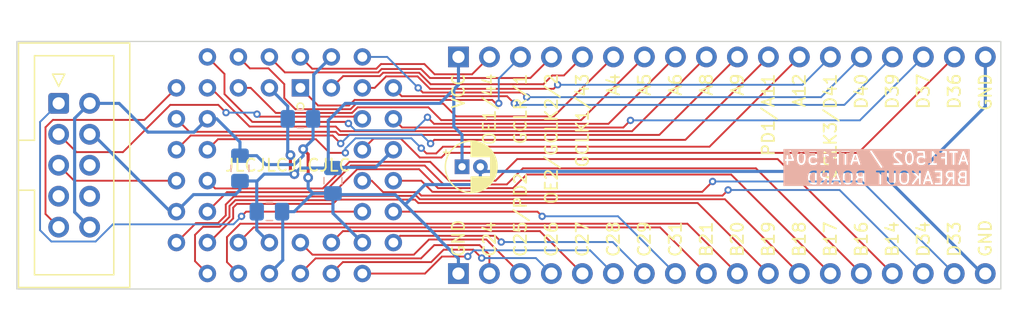
<source format=kicad_pcb>
(kicad_pcb (version 20240108) (generator "pcbnew") (generator_version "8.0")
  (title_block (title "ATF1504 PLCC44 Breakout") (date "2023-07-15") (rev "B") (comment 2 "https://github.com/adrienkohlbecker/atf1504_plcc44_breakout") (comment 3 "Licensed under CERN-OHL-W v2") (comment 4 "Copyright © Adrien Kohlbecker"))
  (layers (0 "F.Cu" signal) (31 "B.Cu" signal) (34 "B.Paste" user) (35 "F.Paste" user) (36 "B.SilkS" user "B.Silkscreen") (37 "F.SilkS" user "F.Silkscreen") (38 "B.Mask" user) (39 "F.Mask" user) (44 "Edge.Cuts" user))
  (net 0 "")
  (net 1 "VCC")
  (net 2 "GND")
  (net 3 "/JTAG_TCK")
  (net 4 "/JTAG_TDO")
  (net 5 "/JTAG_TMS")
  (net 9 "/JTAG_TDI")
  (net 10 "/I{slash}OE1")
  (net 11 "/I{slash}GCLK1")
  (net 12 "/D41{slash}GCLK3")
  (net 13 "/D40")
  (net 14 "/D39")
  (net 15 "/D37")
  (net 16 "/D36")
  (net 17 "/D34")
  (net 18 "/D33")
  (net 19 "/C31")
  (net 20 "/C29")
  (net 21 "/C28")
  (net 22 "/C27")
  (net 23 "/C26")
  (net 24 "/C25{slash}PD2")
  (net 25 "/C24")
  (net 26 "/I{slash}GCLR")
  (net 27 "/I{slash}OE2{slash}GCLK2")
  (net 28 "/A4")
  (net 29 "/A5")
  (net 30 "/A6")
  (net 31 "/A8")
  (net 32 "/A9")
  (net 33 "/A11{slash}PD1")
  (net 34 "/A12")
  (net 35 "/B14")
  (net 36 "/B16")
  (net 37 "/B17")
  (net 38 "/B18")
  (net 39 "/B19")
  (net 40 "/B20")
  (net 41 "/B21")
  (footprint "Capacitor_THT:CP_Radial_D4.0mm_P1.50mm" (layer "F.Cu") (at 129.833401 62.357)
    (property "Reference" "C1" (hide yes))
    (property "Value" "10u")
    (pad "1" thru_hole rect (at 0 0) (size 1.2 1.2) (drill 0.6) (layers "*.Cu" "*.Mask") (net 1 "VCC"))
    (pad "2" thru_hole circle (at 1.5 0) (size 1.2 1.2) (drill 0.6) (layers "*.Cu" "*.Mask") (net 2 "GND"))
  )
  (footprint "Package_LCC:PLCC-44_THT-Socket" (layer "F.Cu") (at 116.586 55.88)
    (property "Reference" "U1" (hide yes))
    (property "Value" "ATF1504AS-xJx44")
    (pad "1" thru_hole rect (at 0 0) (size 1.4224 1.4224) (drill 0.8) (layers "*.Cu" "*.Mask") (net 26 "/I{slash}GCLR"))
    (pad "2" thru_hole circle (at -2.54 -2.54) (size 1.4224 1.4224) (drill 0.8) (layers "*.Cu" "*.Mask") (net 27 "/I{slash}OE2{slash}GCLK2"))
    (pad "3" thru_hole circle (at -2.54 0) (size 1.4224 1.4224) (drill 0.8) (layers "*.Cu" "*.Mask") (net 1 "VCC") (clearance 0.127))
    (pad "4" thru_hole circle (at -5.08 -2.54) (size 1.4224 1.4224) (drill 0.8) (layers "*.Cu" "*.Mask") (net 28 "/A4"))
    (pad "5" thru_hole circle (at -5.08 0) (size 1.4224 1.4224) (drill 0.8) (layers "*.Cu" "*.Mask") (net 29 "/A5"))
    (pad "6" thru_hole circle (at -7.62 -2.54) (size 1.4224 1.4224) (drill 0.8) (layers "*.Cu" "*.Mask") (net 30 "/A6"))
    (pad "7" thru_hole circle (at -10.16 0) (size 1.4224 1.4224) (drill 0.8) (layers "*.Cu" "*.Mask") (net 9 "/JTAG_TDI"))
    (pad "8" thru_hole circle (at -7.62 0) (size 1.4224 1.4224) (drill 0.8) (layers "*.Cu" "*.Mask") (net 31 "/A8"))
    (pad "9" thru_hole circle (at -10.16 2.54) (size 1.4224 1.4224) (drill 0.8) (layers "*.Cu" "*.Mask") (net 32 "/A9"))
    (pad "10" thru_hole circle (at -7.62 2.54) (size 1.4224 1.4224) (drill 0.8) (layers "*.Cu" "*.Mask") (net 2 "GND"))
    (pad "11" thru_hole circle (at -10.16 5.08) (size 1.4224 1.4224) (drill 0.8) (layers "*.Cu" "*.Mask") (net 33 "/A11{slash}PD1"))
    (pad "12" thru_hole circle (at -7.62 5.08) (size 1.4224 1.4224) (drill 0.8) (layers "*.Cu" "*.Mask") (net 34 "/A12"))
    (pad "13" thru_hole circle (at -10.16 7.62) (size 1.4224 1.4224) (drill 0.8) (layers "*.Cu" "*.Mask") (net 5 "/JTAG_TMS"))
    (pad "14" thru_hole circle (at -7.62 7.62) (size 1.4224 1.4224) (drill 0.8) (layers "*.Cu" "*.Mask") (net 35 "/B14"))
    (pad "15" thru_hole circle (at -10.16 10.16) (size 1.4224 1.4224) (drill 0.8) (layers "*.Cu" "*.Mask") (net 1 "VCC"))
    (pad "16" thru_hole circle (at -7.62 10.16) (size 1.4224 1.4224) (drill 0.8) (layers "*.Cu" "*.Mask") (net 36 "/B16"))
    (pad "17" thru_hole circle (at -10.16 12.7) (size 1.4224 1.4224) (drill 0.8) (layers "*.Cu" "*.Mask") (net 37 "/B17"))
    (pad "18" thru_hole circle (at -7.62 15.24) (size 1.4224 1.4224) (drill 0.8) (layers "*.Cu" "*.Mask") (net 38 "/B18"))
    (pad "19" thru_hole circle (at -7.62 12.7) (size 1.4224 1.4224) (drill 0.8) (layers "*.Cu" "*.Mask") (net 39 "/B19"))
    (pad "20" thru_hole circle (at -5.08 15.24) (size 1.4224 1.4224) (drill 0.8) (layers "*.Cu" "*.Mask") (net 40 "/B20"))
    (pad "21" thru_hole circle (at -5.08 12.7) (size 1.4224 1.4224) (drill 0.8) (layers "*.Cu" "*.Mask") (net 41 "/B21"))
    (pad "22" thru_hole circle (at -2.54 15.24) (size 1.4224 1.4224) (drill 0.8) (layers "*.Cu" "*.Mask") (net 2 "GND"))
    (pad "23" thru_hole circle (at -2.54 12.7) (size 1.4224 1.4224) (drill 0.8) (layers "*.Cu" "*.Mask") (net 1 "VCC"))
    (pad "24" thru_hole circle (at 0 15.24) (size 1.4224 1.4224) (drill 0.8) (layers "*.Cu" "*.Mask") (net 25 "/C24"))
    (pad "25" thru_hole circle (at 0 12.7) (size 1.4224 1.4224) (drill 0.8) (layers "*.Cu" "*.Mask") (net 24 "/C25{slash}PD2"))
    (pad "26" thru_hole circle (at 2.54 15.24) (size 1.4224 1.4224) (drill 0.8) (layers "*.Cu" "*.Mask") (net 23 "/C26"))
    (pad "27" thru_hole circle (at 2.54 12.7) (size 1.4224 1.4224) (drill 0.8) (layers "*.Cu" "*.Mask") (net 22 "/C27"))
    (pad "28" thru_hole circle (at 5.08 15.24) (size 1.4224 1.4224) (drill 0.8) (layers "*.Cu" "*.Mask") (net 21 "/C28"))
    (pad "29" thru_hole circle (at 7.62 12.7) (size 1.4224 1.4224) (drill 0.8) (layers "*.Cu" "*.Mask") (net 20 "/C29"))
    (pad "30" thru_hole circle (at 5.08 12.7) (size 1.4224 1.4224) (drill 0.8) (layers "*.Cu" "*.Mask") (net 2 "GND") (clearance 0.1397))
    (pad "31" thru_hole circle (at 7.62 10.16) (size 1.4224 1.4224) (drill 0.8) (layers "*.Cu" "*.Mask") (net 19 "/C31"))
    (pad "32" thru_hole circle (at 5.08 10.16) (size 1.4224 1.4224) (drill 0.8) (layers "*.Cu" "*.Mask") (net 3 "/JTAG_TCK"))
    (pad "33" thru_hole circle (at 7.62 7.62) (size 1.4224 1.4224) (drill 0.8) (layers "*.Cu" "*.Mask") (net 18 "/D33"))
    (pad "34" thru_hole circle (at 5.08 7.62) (size 1.4224 1.4224) (drill 0.8) (layers "*.Cu" "*.Mask") (net 17 "/D34"))
    (pad "35" thru_hole circle (at 7.62 5.08) (size 1.4224 1.4224) (drill 0.8) (layers "*.Cu" "*.Mask") (net 1 "VCC") (clearance 0.127))
    (pad "36" thru_hole circle (at 5.08 5.08) (size 1.4224 1.4224) (drill 0.8) (layers "*.Cu" "*.Mask") (net 16 "/D36"))
    (pad "37" thru_hole circle (at 7.62 2.54) (size 1.4224 1.4224) (drill 0.8) (layers "*.Cu" "*.Mask") (net 15 "/D37"))
    (pad "38" thru_hole circle (at 5.08 2.54) (size 1.4224 1.4224) (drill 0.8) (layers "*.Cu" "*.Mask") (net 4 "/JTAG_TDO"))
    (pad "39" thru_hole circle (at 7.62 0) (size 1.4224 1.4224) (drill 0.8) (layers "*.Cu" "*.Mask") (net 14 "/D39"))
    (pad "40" thru_hole circle (at 5.08 -2.54) (size 1.4224 1.4224) (drill 0.8) (layers "*.Cu" "*.Mask") (net 13 "/D40"))
    (pad "41" thru_hole circle (at 5.08 0) (size 1.4224 1.4224) (drill 0.8) (layers "*.Cu" "*.Mask") (net 12 "/D41{slash}GCLK3"))
    (pad "42" thru_hole circle (at 2.54 -2.54) (size 1.4224 1.4224) (drill 0.8) (layers "*.Cu" "*.Mask") (net 2 "GND") (clearance 0.127))
    (pad "43" thru_hole circle (at 2.54 0) (size 1.4224 1.4224) (drill 0.8) (layers "*.Cu" "*.Mask") (net 11 "/I{slash}GCLK1"))
    (pad "44" thru_hole circle (at 0 -2.54) (size 1.4224 1.4224) (drill 0.8) (layers "*.Cu" "*.Mask") (net 10 "/I{slash}OE1"))
  )
  (footprint "Connector_IDC:IDC-Header_2x05_P2.54mm_Vertical" (layer "F.Cu") (at 96.774 57.15)
    (property "Reference" "J1" (hide yes))
    (property "Value" "Atmel-JTAG-10")
    (pad "1" thru_hole roundrect (at 0 0) (size 1.7 1.7) (drill 1) (layers "*.Cu" "*.Mask") (roundrect_rratio 0.1470588235) (net 3 "/JTAG_TCK"))
    (pad "2" thru_hole circle (at 2.54 0) (size 1.7 1.7) (drill 1) (layers "*.Cu" "*.Mask") (net 2 "GND"))
    (pad "3" thru_hole circle (at 0 2.54) (size 1.7 1.7) (drill 1) (layers "*.Cu" "*.Mask") (net 4 "/JTAG_TDO"))
    (pad "4" thru_hole circle (at 2.54 2.54) (size 1.7 1.7) (drill 1) (layers "*.Cu" "*.Mask") (net 1 "VCC"))
    (pad "5" thru_hole circle (at 0 5.08) (size 1.7 1.7) (drill 1) (layers "*.Cu" "*.Mask") (net 5 "/JTAG_TMS"))
    (pad "6" thru_hole circle (at 2.54 5.08) (size 1.7 1.7) (drill 1) (layers "*.Cu" "*.Mask"))
    (pad "7" thru_hole circle (at 0 7.62) (size 1.7 1.7) (drill 1) (layers "*.Cu" "*.Mask"))
    (pad "8" thru_hole circle (at 2.54 7.62) (size 1.7 1.7) (drill 1) (layers "*.Cu" "*.Mask"))
    (pad "9" thru_hole circle (at 0 10.16) (size 1.7 1.7) (drill 1) (layers "*.Cu" "*.Mask") (net 9 "/JTAG_TDI"))
    (pad "10" thru_hole circle (at 2.54 10.16) (size 1.7 1.7) (drill 1) (layers "*.Cu" "*.Mask") (net 2 "GND"))
  )
  (footprint "Capacitor_SMD:C_0805_2012Metric_Pad1.18x1.45mm_HandSolder" (layer "B.Cu") (at 114.046 66.04)
    (property "Reference" "C3" (hide yes))
    (property "Value" "100n")
    (pad "1" smd roundrect (at -1.0375 0) (size 1.175 1.45) (layers "B.Cu" "B.Paste" "B.Mask") (roundrect_rratio 0.2127659574) (net 1 "VCC"))
    (pad "2" smd roundrect (at 1.0375 0) (size 1.175 1.45) (layers "B.Cu" "B.Paste" "B.Mask") (roundrect_rratio 0.2127659574) (net 2 "GND"))
  )
  (footprint "Capacitor_SMD:C_0805_2012Metric_Pad1.18x1.45mm_HandSolder" (layer "B.Cu") (at 111.633 62.484 90)
    (property "Reference" "C2" (hide yes))
    (property "Value" "100n")
    (pad "1" smd roundrect (at -1.0375 0 90) (size 1.175 1.45) (layers "B.Cu" "B.Paste" "B.Mask") (roundrect_rratio 0.2127659574) (net 1 "VCC"))
    (pad "2" smd roundrect (at 1.0375 0 90) (size 1.175 1.45) (layers "B.Cu" "B.Paste" "B.Mask") (roundrect_rratio 0.2127659574) (net 2 "GND"))
  )
  (footprint "Capacitor_SMD:C_0805_2012Metric_Pad1.18x1.45mm_HandSolder" (layer "B.Cu") (at 119.253 63.5 -90)
    (property "Reference" "C5" (hide yes))
    (property "Value" "100n")
    (pad "1" smd roundrect (at -1.0375 0 270) (size 1.175 1.45) (layers "B.Cu" "B.Paste" "B.Mask") (roundrect_rratio 0.2127659574) (net 1 "VCC"))
    (pad "2" smd roundrect (at 1.0375 0 270) (size 1.175 1.45) (layers "B.Cu" "B.Paste" "B.Mask") (roundrect_rratio 0.2127659574) (net 2 "GND"))
  )
  (footprint "Connector_PinHeader_2.54mm:PinHeader_1x18_P2.54mm_Vertical" (layer "B.Cu") (at 129.535 71.12 -90)
    (property "Reference" "J2" (hide yes))
    (property "Value" "Conn_01x18")
    (pad "1" thru_hole rect (at 0 0 270) (size 1.7 1.7) (drill 1) (layers "*.Cu" "*.Mask") (net 2 "GND"))
    (pad "2" thru_hole oval (at 0 -2.54 270) (size 1.7 1.7) (drill 1) (layers "*.Cu" "*.Mask") (net 25 "/C24"))
    (pad "3" thru_hole oval (at 0 -5.08 270) (size 1.7 1.7) (drill 1) (layers "*.Cu" "*.Mask") (net 24 "/C25{slash}PD2"))
    (pad "4" thru_hole oval (at 0 -7.62 270) (size 1.7 1.7) (drill 1) (layers "*.Cu" "*.Mask") (net 23 "/C26"))
    (pad "5" thru_hole oval (at 0 -10.16 270) (size 1.7 1.7) (drill 1) (layers "*.Cu" "*.Mask") (net 22 "/C27"))
    (pad "6" thru_hole oval (at 0 -12.7 270) (size 1.7 1.7) (drill 1) (layers "*.Cu" "*.Mask") (net 21 "/C28"))
    (pad "7" thru_hole oval (at 0 -15.24 270) (size 1.7 1.7) (drill 1) (layers "*.Cu" "*.Mask") (net 20 "/C29"))
    (pad "8" thru_hole oval (at 0 -17.78 270) (size 1.7 1.7) (drill 1) (layers "*.Cu" "*.Mask") (net 19 "/C31"))
    (pad "9" thru_hole oval (at 0 -20.32 270) (size 1.7 1.7) (drill 1) (layers "*.Cu" "*.Mask") (net 41 "/B21"))
    (pad "10" thru_hole oval (at 0 -22.86 270) (size 1.7 1.7) (drill 1) (layers "*.Cu" "*.Mask") (net 40 "/B20"))
    (pad "11" thru_hole oval (at 0 -25.4 270) (size 1.7 1.7) (drill 1) (layers "*.Cu" "*.Mask") (net 39 "/B19"))
    (pad "12" thru_hole oval (at 0 -27.94 270) (size 1.7 1.7) (drill 1) (layers "*.Cu" "*.Mask") (net 38 "/B18"))
    (pad "13" thru_hole oval (at 0 -30.48 270) (size 1.7 1.7) (drill 1) (layers "*.Cu" "*.Mask") (net 37 "/B17"))
    (pad "14" thru_hole oval (at 0 -33.02 270) (size 1.7 1.7) (drill 1) (layers "*.Cu" "*.Mask") (net 36 "/B16"))
    (pad "15" thru_hole oval (at 0 -35.56 270) (size 1.7 1.7) (drill 1) (layers "*.Cu" "*.Mask") (net 35 "/B14"))
    (pad "16" thru_hole oval (at 0 -38.1 270) (size 1.7 1.7) (drill 1) (layers "*.Cu" "*.Mask") (net 17 "/D34"))
    (pad "17" thru_hole oval (at 0 -40.64 270) (size 1.7 1.7) (drill 1) (layers "*.Cu" "*.Mask") (net 18 "/D33"))
    (pad "18" thru_hole oval (at 0 -43.18 270) (size 1.7 1.7) (drill 1) (layers "*.Cu" "*.Mask") (net 2 "GND"))
  )
  (footprint "Connector_PinHeader_2.54mm:PinHeader_1x18_P2.54mm_Vertical" (layer "B.Cu") (at 129.54 53.34 -90)
    (property "Reference" "J3" (hide yes))
    (property "Value" "Conn_01x18")
    (pad "1" thru_hole rect (at 0 0 270) (size 1.7 1.7) (drill 1) (layers "*.Cu" "*.Mask") (net 1 "VCC"))
    (pad "2" thru_hole oval (at 0 -2.54 270) (size 1.7 1.7) (drill 1) (layers "*.Cu" "*.Mask") (net 10 "/I{slash}OE1"))
    (pad "3" thru_hole oval (at 0 -5.08 270) (size 1.7 1.7) (drill 1) (layers "*.Cu" "*.Mask") (net 26 "/I{slash}GCLR"))
    (pad "4" thru_hole oval (at 0 -7.62 270) (size 1.7 1.7) (drill 1) (layers "*.Cu" "*.Mask") (net 27 "/I{slash}OE2{slash}GCLK2"))
    (pad "5" thru_hole oval (at 0 -10.16 270) (size 1.7 1.7) (drill 1) (layers "*.Cu" "*.Mask") (net 11 "/I{slash}GCLK1"))
    (pad "6" thru_hole oval (at 0 -12.7 270) (size 1.7 1.7) (drill 1) (layers "*.Cu" "*.Mask") (net 28 "/A4"))
    (pad "7" thru_hole oval (at 0 -15.24 270) (size 1.7 1.7) (drill 1) (layers "*.Cu" "*.Mask") (net 29 "/A5"))
    (pad "8" thru_hole oval (at 0 -17.78 270) (size 1.7 1.7) (drill 1) (layers "*.Cu" "*.Mask") (net 30 "/A6"))
    (pad "9" thru_hole oval (at 0 -20.32 270) (size 1.7 1.7) (drill 1) (layers "*.Cu" "*.Mask") (net 31 "/A8"))
    (pad "10" thru_hole oval (at 0 -22.86 270) (size 1.7 1.7) (drill 1) (layers "*.Cu" "*.Mask") (net 32 "/A9"))
    (pad "11" thru_hole oval (at 0 -25.4 270) (size 1.7 1.7) (drill 1) (layers "*.Cu" "*.Mask") (net 33 "/A11{slash}PD1"))
    (pad "12" thru_hole oval (at 0 -27.94 270) (size 1.7 1.7) (drill 1) (layers "*.Cu" "*.Mask") (net 34 "/A12"))
    (pad "13" thru_hole oval (at 0 -30.48 270) (size 1.7 1.7) (drill 1) (layers "*.Cu" "*.Mask") (net 12 "/D41{slash}GCLK3"))
    (pad "14" thru_hole oval (at 0 -33.02 270) (size 1.7 1.7) (drill 1) (layers "*.Cu" "*.Mask") (net 13 "/D40"))
    (pad "15" thru_hole oval (at 0 -35.56 270) (size 1.7 1.7) (drill 1) (layers "*.Cu" "*.Mask") (net 14 "/D39"))
    (pad "16" thru_hole oval (at 0 -38.1 270) (size 1.7 1.7) (drill 1) (layers "*.Cu" "*.Mask") (net 15 "/D37"))
    (pad "17" thru_hole oval (at 0 -40.64 270) (size 1.7 1.7) (drill 1) (layers "*.Cu" "*.Mask") (net 16 "/D36"))
    (pad "18" thru_hole oval (at 0 -43.18 270) (size 1.7 1.7) (drill 1) (layers "*.Cu" "*.Mask") (net 2 "GND"))
  )
  (footprint "Capacitor_SMD:C_0805_2012Metric_Pad1.18x1.45mm_HandSolder" (layer "B.Cu") (at 116.586 58.42)
    (property "Reference" "C4" (hide yes))
    (property "Value" "100n")
    (pad "1" smd roundrect (at -1.0375 0) (size 1.175 1.45) (layers "B.Cu" "B.Paste" "B.Mask") (roundrect_rratio 0.2127659574) (net 1 "VCC"))
    (pad "2" smd roundrect (at 1.0375 0) (size 1.175 1.45) (layers "B.Cu" "B.Paste" "B.Mask") (roundrect_rratio 0.2127659574) (net 2 "GND"))
  )
  (gr_rect (start 93.345 52.07) (end 173.99 72.39) (stroke (width 0.1)) (fill none) (layer "Edge.Cuts"))
  (gr_text "ATF1502 / ATF1504 \nBREAKOUT BOARD" (at 171.45 62.484 0) (layer "B.SilkS" knockout) (effects (font (size 1 1)) (justify left mirror)))
  (gr_text "A8" (at 149.86 54.61 90) (layer "F.SilkS") (effects (font (size 1 1)) (justify right)))
  (gr_text "A12" (at 157.48 54.61 90) (layer "F.SilkS") (effects (font (size 1 1)) (justify right)))
  (gr_text "OE1/44" (at 132.08 54.61 90) (layer "F.SilkS") (effects (font (size 1 1)) (justify right)))
  (gr_text "A4" (at 142.24 54.61 90) (layer "F.SilkS") (effects (font (size 1 1)) (justify right)))
  (gr_text "D33" (at 170.18 69.85 90) (layer "F.SilkS") (effects (font (size 1 1)) (justify left)))
  (gr_text "C27" (at 139.7 69.85 90) (layer "F.SilkS") (effects (font (size 1 1)) (justify left)))
  (gr_text "JLCJLCJLCJLC" (at 115.57 62.23 0) (layer "F.SilkS") (effects (font (size 1 1))))
  (gr_text "C25/PD2" (at 134.62 69.85 90) (layer "F.SilkS") (effects (font (size 1 1)) (justify left)))
  (gr_text "GCLR/1" (at 134.62 54.61 90) (layer "F.SilkS") (effects (font (size 1 1)) (justify right)))
  (gr_text "VCC" (at 129.54 54.61 90) (layer "F.SilkS") (effects (font (size 1 1)) (justify right)))
  (gr_text "B14" (at 165.1 69.85 90) (layer "F.SilkS") (effects (font (size 1 1)) (justify left)))
  (gr_text "C31" (at 147.32 69.85 90) (layer "F.SilkS") (effects (font (size 1 1)) (justify left)))
  (gr_text "C24" (at 132.08 69.85 90) (layer "F.SilkS") (effects (font (size 1 1)) (justify left)))
  (gr_text "GND" (at 172.72 54.61 90) (layer "F.SilkS") (effects (font (size 1 1)) (justify right)))
  (gr_text "OE2/GCLK2/2" (at 137.16 54.61 90) (layer "F.SilkS") (effects (font (size 1 1)) (justify right)))
  (gr_text "PD1/A11" (at 154.94 54.61 90) (layer "F.SilkS") (effects (font (size 1 1)) (justify right)))
  (gr_text "D37" (at 167.64 54.61 90) (layer "F.SilkS") (effects (font (size 1 1)) (justify right)))
  (gr_text "C28" (at 142.24 69.85 90) (layer "F.SilkS") (effects (font (size 1 1)) (justify left)))
  (gr_text "B20" (at 152.4 69.85 90) (layer "F.SilkS") (effects (font (size 1 1)) (justify left)))
  (gr_text "B16" (at 162.56 69.85 90) (layer "F.SilkS") (effects (font (size 1 1)) (justify left)))
  (gr_text "D39" (at 165.1 54.61 90) (layer "F.SilkS") (effects (font (size 1 1)) (justify right)))
  (gr_text "D36" (at 170.18 54.61 90) (layer "F.SilkS") (effects (font (size 1 1)) (justify right)))
  (gr_text "B21" (at 149.86 69.85 90) (layer "F.SilkS") (effects (font (size 1 1)) (justify left)))
  (gr_text "D34" (at 167.64 69.85 90) (layer "F.SilkS") (effects (font (size 1 1)) (justify left)))
  (gr_text "C29" (at 144.78 69.85 90) (layer "F.SilkS") (effects (font (size 1 1)) (justify left)))
  (gr_text "C26" (at 137.16 69.85 90) (layer "F.SilkS") (effects (font (size 1 1)) (justify left)))
  (gr_text "A6" (at 147.32 54.61 90) (layer "F.SilkS") (effects (font (size 1 1)) (justify right)))
  (gr_text "GND" (at 129.54 69.85 90) (layer "F.SilkS") (effects (font (size 1 1)) (justify left)))
  (gr_text "GND" (at 172.72 69.85 90) (layer "F.SilkS") (effects (font (size 1 1)) (justify left)))
  (gr_text "B18" (at 157.48 69.85 90) (layer "F.SilkS") (effects (font (size 1 1)) (justify left)))
  (gr_text "GCLK1/43" (at 139.7 54.61 90) (layer "F.SilkS") (effects (font (size 1 1)) (justify right)))
  (gr_text "A9" (at 152.4 54.61 90) (layer "F.SilkS") (effects (font (size 1 1)) (justify right)))
  (gr_text "B17" (at 160.02 69.85 90) (layer "F.SilkS") (effects (font (size 1 1)) (justify left)))
  (gr_text "A5" (at 144.78 54.61 90) (layer "F.SilkS") (effects (font (size 1 1)) (justify right)))
  (gr_text "B19" (at 154.94 69.85 90) (layer "F.SilkS") (effects (font (size 1 1)) (justify left)))
  (gr_text "GCLK3/D41" (at 160.02 54.61 90) (layer "F.SilkS") (effects (font (size 1 1)) (justify right)))
  (gr_text "D40" (at 162.56 54.61 90) (layer "F.SilkS") (effects (font (size 1 1)) (justify right)))
  (segment (start 115.767783 62.637277) (end 116.088723 62.958217) (width 0.254) (layer "F.Cu") (net 1))
  (segment (start 115.767783 61.397217) (end 115.767783 62.637277) (width 0.254) (layer "F.Cu") (net 1))
  (via (at 116.088723 62.958217) (size 0.8) (drill 0.4) (layers "F.Cu" "B.Cu") (net 1))
  (via (at 115.767783 61.397217) (size 0.8) (drill 0.4) (layers "F.Cu" "B.Cu") (net 1))
  (segment (start 115.5485 58.42) (end 115.5485 61.177934) (width 0.254) (layer "B.Cu") (net 1))
  (segment (start 113.0515 63.5215) (end 113.614783 62.958217) (width 0.254) (layer "B.Cu") (net 1))
  (segment (start 129.833401 59.729401) (end 129.159 59.055) (width 0.254) (layer "B.Cu") (net 1))
  (segment (start 113.614783 62.958217) (end 116.088723 62.958217) (width 0.254) (layer "B.Cu") (net 1))
  (segment (start 111.633 63.5215) (end 111.633 64.262) (width 0.254) (layer "B.Cu") (net 1))
  (segment (start 128.016 57.15) (end 120.269 57.15) (width 0.254) (layer "B.Cu") (net 1))
  (segment (start 116.58444 62.4625) (end 116.088723 62.958217) (width 0.254) (layer "B.Cu") (net 1))
  (segment (start 119.253 62.4625) (end 116.58444 62.4625) (width 0.254) (layer "B.Cu") (net 1))
  (segment (start 118.872 58.547) (end 118.872 62.0815) (width 0.254) (layer "B.Cu") (net 1))
  (segment (start 111.252 64.643) (end 107.823 64.643) (width 0.254) (layer "B.Cu") (net 1))
  (segment (start 122.7582 62.4078) (end 124.206 60.96) (width 0.254) (layer "B.Cu") (net 1))
  (segment (start 115.5485 57.3825) (end 114.046 55.88) (width 0.254) (layer "B.Cu") (net 1))
  (segment (start 129.833401 59.729401) (end 129.833401 62.357) (width 0.254) (layer "B.Cu") (net 1))
  (segment (start 115.5485 58.42) (end 115.5485 57.3825) (width 0.254) (layer "B.Cu") (net 1))
  (segment (start 120.269 57.15) (end 118.872 58.547) (width 0.254) (layer "B.Cu") (net 1))
  (segment (start 99.5775 59.69) (end 105.9275 66.04) (width 0.254) (layer "B.Cu") (net 1))
  (segment (start 113.0085 67.5425) (end 114.046 68.58) (width 0.254) (layer "B.Cu") (net 1))
  (segment (start 113.0085 66.04) (end 113.0085 67.5425) (width 0.254) (layer "B.Cu") (net 1))
  (segment (start 107.823 64.643) (end 106.426 66.04) (width 0.254) (layer "B.Cu") (net 1))
  (segment (start 113.0085 66.04) (end 113.0085 63.5645) (width 0.254) (layer "B.Cu") (net 1))
  (segment (start 129.54 55.626) (end 129.54 53.34) (width 0.254) (layer "B.Cu") (net 1))
  (segment (start 113.0085 63.5645) (end 113.0515 63.5215) (width 0.254) (layer "B.Cu") (net 1))
  (segment (start 111.633 64.262) (end 111.252 64.643) (width 0.254) (layer "B.Cu") (net 1))
  (segment (start 115.5485 61.177934) (end 115.767783 61.397217) (width 0.254) (layer "B.Cu") (net 1))
  (segment (start 111.633 63.5215) (end 113.0515 63.5215) (width 0.254) (layer "B.Cu") (net 1))
  (segment (start 129.54 55.626) (end 128.016 57.15) (width 0.254) (layer "B.Cu") (net 1))
  (segment (start 129.159 59.055) (end 129.159 56.007) (width 0.254) (layer "B.Cu") (net 1))
  (segment (start 119.3077 62.4078) (end 122.7582 62.4078) (width 0.254) (layer "B.Cu") (net 1))
  (segment (start 129.159 56.007) (end 129.54 55.626) (width 0.254) (layer "B.Cu") (net 1))
  (segment (start 117.221 63.246) (end 117.221 61.319041) (width 0.254) (layer "F.Cu") (net 2))
  (segment (start 117.221 61.319041) (end 116.81273 60.910771) (width 0.254) (layer "F.Cu") (net 2))
  (via (at 116.81273 60.910771) (size 0.8) (drill 0.4) (layers "F.Cu" "B.Cu") (net 2))
  (via (at 117.221 63.246) (size 0.8) (drill 0.4) (layers "F.Cu" "B.Cu") (net 2))
  (segment (start 111.633 61.4465) (end 113.0085 61.4465) (width 0.254) (layer "B.Cu") (net 2))
  (segment (start 109.728 58.42) (end 108.966 58.42) (width 0.254) (layer "B.Cu") (net 2))
  (segment (start 113.739717 62.177717) (end 116.091077 62.177717) (width 0.254) (layer "B.Cu") (net 2))
  (segment (start 101.727 57.15) (end 104.0892 59.5122) (width 0.254) (layer "B.Cu") (net 2))
  (segment (start 131.333401 63.357599) (end 131.333401 62.357) (width 0.254) (layer "B.Cu") (net 2))
  (segment (start 98.083 66.079) (end 99.314 67.31) (width 0.254) (layer "B.Cu") (net 2))
  (segment (start 117.6235 58.42) (end 117.6235 60.100001) (width 0.254) (layer "B.Cu") (net 2))
  (segment (start 124.353604 64.643) (end 119.3585 64.643) (width 0.254) (layer "B.Cu") (net 2))
  (segment (start 129.535 71.12) (end 129.535 69.8871) (width 0.254) (layer "B.Cu") (net 2))
  (segment (start 107.8738 59.5122) (end 108.966 58.42) (width 0.254) (layer "B.Cu") (net 2))
  (segment (start 117.221 64.135) (end 117.221 63.246) (width 0.254) (layer "B.Cu") (net 2))
  (segment (start 111.633 61.4465) (end 111.633 60.325) (width 0.254) (layer "B.Cu") (net 2))
  (segment (start 117.6782 54.7878) (end 119.126 53.34) (width 0.254) (layer "B.Cu") (net 2))
  (segment (start 117.7075 64.5375) (end 117.6235 64.5375) (width 0.254) (layer "B.Cu") (net 2))
  (segment (start 127.889 68.2411) (end 127.889 68.178396) (width 0.254) (layer "B.Cu") (net 2))
  (segment (start 113.0085 61.4465) (end 113.739717 62.177717) (width 0.254) (layer "B.Cu") (net 2))
  (segment (start 167.386 62.738) (end 172.72 57.404) (width 0.254) (layer "B.Cu") (net 2))
  (segment (start 119.253 64.5375) (end 119.253 66.167) (width 0.254) (layer "B.Cu") (net 2))
  (segment (start 111.633 60.325) (end 109.728 58.42) (width 0.254) (layer "B.Cu") (net 2))
  (segment (start 160.528 62.738) (end 167.386 62.738) (width 0.254) (layer "B.Cu") (net 2))
  (segment (start 129.535 69.8871) (end 127.889 68.2411) (width 0.254) (layer "B.Cu") (net 2))
  (segment (start 117.6235 64.5375) (end 117.221 64.135) (width 0.254) (layer "B.Cu") (net 2))
  (segment (start 99.314 57.15) (end 98.083 58.381) (width 0.254) (layer "B.Cu") (net 2))
  (segment (start 116.81273 61.456064) (end 116.81273 60.910771) (width 0.254) (layer "B.Cu") (net 2))
  (segment (start 130.8735 63.8175) (end 131.333401 63.357599) (width 0.254) (layer "B.Cu") (net 2))
  (segment (start 125.168802 65.458198) (end 126.8095 63.8175) (width 0.254) (layer "B.Cu") (net 2))
  (segment (start 99.314 57.15) (end 101.727 57.15) (width 0.254) (layer "B.Cu") (net 2))
  (segment (start 172.466 71.12) (end 164.084 62.738) (width 0.254) (layer "B.Cu") (net 2))
  (segment (start 172.72 53.34) (end 172.72 57.404) (width 0.254) (layer "B.Cu") (net 2))
  (segment (start 98.083 58.381) (end 98.083 66.079) (width 0.254) (layer "B.Cu") (net 2))
  (segment (start 119.253 66.167) (end 121.666 68.58) (width 0.254) (layer "B.Cu") (net 2))
  (segment (start 127.889 68.178396) (end 125.168802 65.458198) (width 0.254) (layer "B.Cu") (net 2))
  (segment (start 117.6782 58.3653) (end 117.6782 54.7878) (width 0.254) (layer "B.Cu") (net 2))
  (segment (start 119.253 64.5375) (end 117.7075 64.5375) (width 0.254) (layer "B.Cu") (net 2))
  (segment (start 117.6235 60.100001) (end 116.81273 60.910771) (width 0.254) (layer "B.Cu") (net 2))
  (segment (start 164.084 62.738) (end 162.56 62.738) (width 0.254) (layer "B.Cu") (net 2))
  (segment (start 115.1382 70.0278) (end 114.046 71.12) (width 0.254) (layer "B.Cu") (net 2))
  (segment (start 104.0892 59.5122) (end 107.8738 59.5122) (width 0.254) (layer "B.Cu") (net 2))
  (segment (start 160.528 62.738) (end 162.56 62.738) (width 0.254) (layer "B.Cu") (net 2))
  (segment (start 117.5805 64.5375) (end 116.078 66.04) (width 0.254) (layer "B.Cu") (net 2))
  (segment (start 131.333401 62.357) (end 131.714401 62.738) (width 0.254) (layer "B.Cu") (net 2))
  (segment (start 131.714401 62.738) (end 160.528 62.738) (width 0.254) (layer "B.Cu") (net 2))
  (segment (start 126.8095 63.8175) (end 130.8735 63.8175) (width 0.254) (layer "B.Cu") (net 2))
  (segment (start 125.168802 65.458198) (end 124.353604 64.643) (width 0.254) (layer "B.Cu") (net 2))
  (segment (start 116.091077 62.177717) (end 116.81273 61.456064) (width 0.254) (layer "B.Cu") (net 2))
  (segment (start 115.1382 66.0947) (end 115.1382 70.0278) (width 0.254) (layer "B.Cu") (net 2))
  (segment (start 117.7075 64.5375) (end 117.5805 64.5375) (width 0.254) (layer "B.Cu") (net 2))
  (segment (start 116.078 66.04) (end 115.0835 66.04) (width 0.254) (layer "B.Cu") (net 2))
  (segment (start 112.141 66.04) (end 111.76 66.421) (width 0.1524) (layer "F.Cu") (net 3))
  (segment (start 121.666 66.04) (end 112.141 66.04) (width 0.1524) (layer "F.Cu") (net 3))
  (via (at 111.76 66.421) (size 0.6) (drill 0.3) (layers "F.Cu" "B.Cu") (net 3))
  (segment (start 99.802855 68.4902) (end 101.211655 67.0814) (width 0.1524) (layer "B.Cu") (net 3))
  (segment (start 95.25 58.674) (end 95.25 67.564) (width 0.1524) (layer "B.Cu") (net 3))
  (segment (start 96.774 57.15) (end 95.25 58.674) (width 0.1524) (layer "B.Cu") (net 3))
  (segment (start 101.211655 67.0814) (end 111.0996 67.0814) (width 0.1524) (layer "B.Cu") (net 3))
  (segment (start 95.25 67.564) (end 96.1762 68.4902) (width 0.1524) (layer "B.Cu") (net 3))
  (segment (start 96.1762 68.4902) (end 99.802855 68.4902) (width 0.1524) (layer "B.Cu") (net 3))
  (segment (start 111.0996 67.0814) (end 111.76 66.421) (width 0.1524) (layer "B.Cu") (net 3))
  (segment (start 98.2354 61.1514) (end 102.0436 61.1514) (width 0.1524) (layer "F.Cu") (net 4))
  (segment (start 96.774 59.69) (end 98.2354 61.1514) (width 0.1524) (layer "F.Cu") (net 4))
  (segment (start 121.124366 58.062903) (end 121.261097 58.062903) (width 0.1524) (layer "F.Cu") (net 4))
  (segment (start 113.231204 58.240204) (end 120.947064 58.240204) (width 0.1524) (layer "F.Cu") (net 4))
  (segment (start 105.918 57.277) (end 109.855 57.277) (width 0.1524) (layer "F.Cu") (net 4))
  (segment (start 120.947064 58.240204) (end 121.124366 58.062903) (width 0.1524) (layer "F.Cu") (net 4))
  (segment (start 109.855 57.277) (end 110.49 57.912) (width 0.1524) (layer "F.Cu") (net 4))
  (segment (start 102.0436 61.1514) (end 105.918 57.277) (width 0.1524) (layer "F.Cu") (net 4))
  (segment (start 113.03 58.039) (end 113.231204 58.240204) (width 0.1524) (layer "F.Cu") (net 4))
  (via (at 110.49 57.912) (size 0.6) (drill 0.3) (layers "F.Cu" "B.Cu") (net 4))
  (via (at 113.03 58.039) (size 0.6) (drill 0.3) (layers "F.Cu" "B.Cu") (net 4))
  (segment (start 112.903 57.912) (end 113.03 58.039) (width 0.1524) (layer "B.Cu") (net 4))
  (segment (start 110.49 57.912) (end 112.903 57.912) (width 0.1524) (layer "B.Cu") (net 4))
  (segment (start 96.774 62.23) (end 98.044 63.5) (width 0.1524) (layer "F.Cu") (net 5))
  (segment (start 98.044 63.5) (end 106.426 63.5) (width 0.1524) (layer "F.Cu") (net 5))
  (segment (start 95.6954 66.2314) (end 95.6954 59.1176) (width 0.1524) (layer "F.Cu") (net 9))
  (segment (start 96.3032 58.5098) (end 103.7962 58.5098) (width 0.1524) (layer "F.Cu") (net 9))
  (segment (start 96.774 67.31) (end 95.6954 66.2314) (width 0.1524) (layer "F.Cu") (net 9))
  (segment (start 95.6954 59.1176) (end 96.3032 58.5098) (width 0.1524) (layer "F.Cu") (net 9))
  (segment (start 103.7962 58.5098) (end 106.426 55.88) (width 0.1524) (layer "F.Cu") (net 9))
  (segment (start 127.585347 54.765) (end 126.745046 53.924699) (width 0.1524) (layer "F.Cu") (net 10))
  (segment (start 126.745046 53.924699) (end 123.190954 53.924699) (width 0.1524) (layer "F.Cu") (net 10))
  (segment (start 132.08 53.34) (end 130.655 54.765) (width 0.1524) (layer "F.Cu") (net 10))
  (segment (start 123.190954 53.924699) (end 122.809954 54.305699) (width 0.1524) (layer "F.Cu") (net 10))
  (segment (start 117.551699 54.305699) (end 116.586 53.34) (width 0.1524) (layer "F.Cu") (net 10))
  (segment (start 130.655 54.765) (end 127.585347 54.765) (width 0.1524) (layer "F.Cu") (net 10))
  (segment (start 122.809954 54.305699) (end 117.551699 54.305699) (width 0.1524) (layer "F.Cu") (net 10))
  (segment (start 127.255646 55.5783) (end 126.313245 54.635899) (width 0.1524) (layer "F.Cu") (net 11))
  (segment (start 138.176 54.864) (end 137.2226 54.864) (width 0.1524) (layer "F.Cu") (net 11))
  (segment (start 136.5083 55.5783) (end 127.255646 55.5783) (width 0.1524) (layer "F.Cu") (net 11))
  (segment (start 123.090353 54.914301) (end 120.091699 54.914301) (width 0.1524) (layer "F.Cu") (net 11))
  (segment (start 137.2226 54.864) (end 136.5083 55.5783) (width 0.1524) (layer "F.Cu") (net 11))
  (segment (start 123.368755 54.635899) (end 123.090353 54.914301) (width 0.1524) (layer "F.Cu") (net 11))
  (segment (start 120.091699 54.914301) (end 119.126 55.88) (width 0.1524) (layer "F.Cu") (net 11))
  (segment (start 139.7 53.34) (end 138.176 54.864) (width 0.1524) (layer "F.Cu") (net 11))
  (segment (start 126.313245 54.635899) (end 123.368755 54.635899) (width 0.1524) (layer "F.Cu") (net 11))
  (segment (start 126.1872 54.9402) (end 127.203699 55.956699) (width 0.1524) (layer "F.Cu") (net 12))
  (segment (start 123.611588 54.9402) (end 126.1872 54.9402) (width 0.1524) (layer "F.Cu") (net 12))
  (segment (start 127.203699 55.956699) (end 137.337301 55.956699) (width 0.1524) (layer "F.Cu") (net 12))
  (segment (start 121.666 55.88) (end 122.671788 55.88) (width 0.1524) (layer "F.Cu") (net 12))
  (segment (start 137.337301 55.956699) (end 137.668 55.626) (width 0.1524) (layer "F.Cu") (net 12))
  (segment (start 122.671788 55.88) (end 123.611588 54.9402) (width 0.1524) (layer "F.Cu") (net 12))
  (via (at 137.668 55.626) (size 0.6) (drill 0.3) (layers "F.Cu" "B.Cu") (net 12))
  (segment (start 160.02 53.34) (end 157.734 55.626) (width 0.1524) (layer "B.Cu") (net 12))
  (segment (start 157.734 55.626) (end 137.668 55.626) (width 0.1524) (layer "B.Cu") (net 12))
  (segment (start 126.238002 55.88) (end 126.619 56.261) (width 0.1524) (layer "F.Cu") (net 13))
  (segment (start 126.619 56.261) (end 134.74701 56.261) (width 0.1524) (layer "F.Cu") (net 13))
  (segment (start 134.74701 56.261) (end 135.128 56.64199) (width 0.1524) (layer "F.Cu") (net 13))
  (via (at 135.128 56.64199) (size 0.6) (drill 0.3) (layers "F.Cu" "B.Cu") (net 13))
  (via (at 126.238002 55.88) (size 0.6) (drill 0.3) (layers "F.Cu" "B.Cu") (net 13))
  (segment (start 159.25801 56.64199) (end 135.128 56.64199) (width 0.1524) (layer "B.Cu") (net 13))
  (segment (start 123.698002 53.34) (end 121.666 53.34) (width 0.1524) (layer "B.Cu") (net 13))
  (segment (start 126.238002 55.88) (end 123.698002 53.34) (width 0.1524) (layer "B.Cu") (net 13))
  (segment (start 162.56 53.34) (end 159.25801 56.64199) (width 0.1524) (layer "B.Cu") (net 13))
  (segment (start 133.527301 56.565301) (end 134.112 57.15) (width 0.1524) (layer "F.Cu") (net 14))
  (segment (start 124.891301 56.565301) (end 133.527301 56.565301) (width 0.1524) (layer "F.Cu") (net 14))
  (segment (start 124.206 55.88) (end 124.891301 56.565301) (width 0.1524) (layer "F.Cu") (net 14))
  (via (at 134.112 57.15) (size 0.6) (drill 0.3) (layers "F.Cu" "B.Cu") (net 14))
  (segment (start 161.163 57.277) (end 134.239 57.277) (width 0.1524) (layer "B.Cu") (net 14))
  (segment (start 134.239 57.277) (end 134.112 57.15) (width 0.1524) (layer "B.Cu") (net 14))
  (segment (start 165.1 53.34) (end 161.163 57.277) (width 0.1524) (layer "B.Cu") (net 14))
  (segment (start 124.918697 59.132697) (end 143.051303 59.132697) (width 0.1524) (layer "F.Cu") (net 15))
  (segment (start 124.206 58.42) (end 124.918697 59.132697) (width 0.1524) (layer "F.Cu") (net 15))
  (segment (start 143.051303 59.132697) (end 143.637 58.547) (width 0.1524) (layer "F.Cu") (net 15))
  (via (at 143.637 58.547) (size 0.6) (drill 0.3) (layers "F.Cu" "B.Cu") (net 15))
  (segment (start 162.433 58.547) (end 143.637 58.547) (width 0.1524) (layer "B.Cu") (net 15))
  (segment (start 167.64 53.34) (end 162.433 58.547) (width 0.1524) (layer "B.Cu") (net 15))
  (segment (start 121.666 60.96) (end 122.5804 60.0456) (width 0.1524) (layer "F.Cu") (net 16))
  (segment (start 128.143 61.595) (end 128.524 61.214) (width 0.1524) (layer "F.Cu") (net 16))
  (segment (start 162.306 61.214) (end 170.18 53.34) (width 0.1524) (layer "F.Cu") (net 16))
  (segment (start 122.5804 60.0456) (end 124.8156 60.0456) (width 0.1524) (layer "F.Cu") (net 16))
  (segment (start 128.524 61.214) (end 162.306 61.214) (width 0.1524) (layer "F.Cu") (net 16))
  (segment (start 124.8156 60.0456) (end 126.365 61.595) (width 0.1524) (layer "F.Cu") (net 16))
  (segment (start 126.365 61.595) (end 128.143 61.595) (width 0.1524) (layer "F.Cu") (net 16))
  (segment (start 151.180792 64.7192) (end 151.638 64.261992) (width 0.1524) (layer "F.Cu") (net 17))
  (segment (start 126.215592 64.4398) (end 126.494992 64.7192) (width 0.1524) (layer "F.Cu") (net 17))
  (segment (start 121.666 63.5) (end 122.428 63.5) (width 0.1524) (layer "F.Cu") (net 17))
  (segment (start 122.428 63.5) (end 123.3678 64.4398) (width 0.1524) (layer "F.Cu") (net 17))
  (segment (start 126.494992 64.7192) (end 151.180792 64.7192) (width 0.1524) (layer "F.Cu") (net 17))
  (segment (start 123.3678 64.4398) (end 126.215592 64.4398) (width 0.1524) (layer "F.Cu") (net 17))
  (via (at 151.638 64.261992) (size 0.6) (drill 0.3) (layers "F.Cu" "B.Cu") (net 17))
  (segment (start 167.635 71.12) (end 160.776992 64.261992) (width 0.1524) (layer "B.Cu") (net 17))
  (segment (start 160.776992 64.261992) (end 151.638 64.261992) (width 0.1524) (layer "B.Cu") (net 17))
  (segment (start 149.5171 64.4144) (end 150.368 63.5635) (width 0.1524) (layer "F.Cu") (net 18))
  (segment (start 126.492 63.5) (end 127.4064 64.4144) (width 0.1524) (layer "F.Cu") (net 18))
  (segment (start 127.4064 64.4144) (end 149.5171 64.4144) (width 0.1524) (layer "F.Cu") (net 18))
  (segment (start 124.206 63.5) (end 126.492 63.5) (width 0.1524) (layer "F.Cu") (net 18))
  (via (at 150.368 63.5635) (size 0.6) (drill 0.3) (layers "F.Cu" "B.Cu") (net 18))
  (segment (start 170.175 71.12) (end 162.6185 63.5635) (width 0.1524) (layer "B.Cu") (net 18))
  (segment (start 162.6185 63.5635) (end 150.368 63.5635) (width 0.1524) (layer "B.Cu") (net 18))
  (segment (start 124.206 66.04) (end 136.017 66.04) (width 0.1524) (layer "F.Cu") (net 19))
  (segment (start 136.017 66.04) (end 136.398 66.421) (width 0.1524) (layer "F.Cu") (net 19))
  (via (at 136.398 66.421) (size 0.6) (drill 0.3) (layers "F.Cu" "B.Cu") (net 19))
  (segment (start 142.616 66.421) (end 147.315 71.12) (width 0.1524) (layer "B.Cu") (net 19))
  (segment (start 136.398 66.421) (end 142.616 66.421) (width 0.1524) (layer "B.Cu") (net 19))
  (segment (start 124.206 68.58) (end 124.764301 68.021699) (width 0.1524) (layer "F.Cu") (net 20))
  (segment (start 124.764301 68.021699) (end 132.537699 68.021699) (width 0.1524) (layer "F.Cu") (net 20))
  (segment (start 132.537699 68.021699) (end 133.0483 68.5323) (width 0.1524) (layer "F.Cu") (net 20))
  (via (at 133.0483 68.5323) (size 0.6) (drill 0.3) (layers "F.Cu" "B.Cu") (net 20))
  (segment (start 142.1873 68.5323) (end 133.0483 68.5323) (width 0.1524) (layer "B.Cu") (net 20))
  (segment (start 144.775 71.12) (end 142.1873 68.5323) (width 0.1524) (layer "B.Cu") (net 20))
  (segment (start 128.192346 69.723) (end 130.295498 69.723) (width 0.1524) (layer "F.Cu") (net 21))
  (segment (start 126.795346 71.12) (end 128.192346 69.723) (width 0.1524) (layer "F.Cu") (net 21))
  (segment (start 130.295498 69.723) (end 130.302 69.716498) (width 0.1524) (layer "F.Cu") (net 21))
  (segment (start 121.666 71.12) (end 126.795346 71.12) (width 0.1524) (layer "F.Cu") (net 21))
  (via (at 130.302 69.716498) (size 0.6) (drill 0.3) (layers "F.Cu" "B.Cu") (net 21))
  (segment (start 142.235 71.12) (end 140.33 69.215) (width 0.1524) (layer "B.Cu") (net 21))
  (segment (start 140.33 69.215) (end 130.803498 69.215) (width 0.1524) (layer "B.Cu") (net 21))
  (segment (start 130.803498 69.215) (end 130.302 69.716498) (width 0.1524) (layer "B.Cu") (net 21))
  (segment (start 119.126 68.58) (end 120.0658 67.6402) (width 0.1524) (layer "F.Cu") (net 22))
  (segment (start 120.0658 67.6402) (end 136.2152 67.6402) (width 0.1524) (layer "F.Cu") (net 22))
  (segment (start 136.2152 67.6402) (end 139.695 71.12) (width 0.1524) (layer "F.Cu") (net 22))
  (segment (start 127.3048 70.1802) (end 128.324202 69.160798) (width 0.1524) (layer "F.Cu") (net 23))
  (segment (start 130.755798 69.160798) (end 131.445 69.85) (width 0.1524) (layer "F.Cu") (net 23))
  (segment (start 120.0658 70.1802) (end 127.3048 70.1802) (width 0.1524) (layer "F.Cu") (net 23))
  (segment (start 119.126 71.12) (end 120.0658 70.1802) (width 0.1524) (layer "F.Cu") (net 23))
  (segment (start 128.324202 69.160798) (end 130.755798 69.160798) (width 0.1524) (layer "F.Cu") (net 23))
  (via (at 131.445 69.85) (size 0.6) (drill 0.3) (layers "F.Cu" "B.Cu") (net 23))
  (segment (start 135.885 69.85) (end 131.445 69.85) (width 0.1524) (layer "B.Cu") (net 23))
  (segment (start 137.155 71.12) (end 135.885 69.85) (width 0.1524) (layer "B.Cu") (net 23))
  (segment (start 132.08 68.585) (end 134.615 71.12) (width 0.1524) (layer "F.Cu") (net 24))
  (segment (start 125.881402 69.571598) (end 127.127 68.326) (width 0.1524) (layer "F.Cu") (net 24))
  (segment (start 132.08 68.58) (end 132.08 68.585) (width 0.1524) (layer "F.Cu") (net 24))
  (segment (start 116.586 68.58) (end 117.577598 69.571598) (width 0.1524) (layer "F.Cu") (net 24))
  (segment (start 117.577598 69.571598) (end 125.881402 69.571598) (width 0.1524) (layer "F.Cu") (net 24))
  (segment (start 127.127 68.326) (end 131.826 68.326) (width 0.1524) (layer "F.Cu") (net 24))
  (segment (start 131.826 68.326) (end 132.08 68.58) (width 0.1524) (layer "F.Cu") (net 24))
  (segment (start 127.5557 68.7863) (end 131.2703 68.7863) (width 0.1524) (layer "F.Cu") (net 25))
  (segment (start 117.830101 69.875899) (end 126.466101 69.875899) (width 0.1524) (layer "F.Cu") (net 25))
  (segment (start 126.466101 69.875899) (end 127.5557 68.7863) (width 0.1524) (layer "F.Cu") (net 25))
  (segment (start 132.075 69.591) (end 132.075 71.12) (width 0.1524) (layer "F.Cu") (net 25))
  (segment (start 116.586 71.12) (end 117.830101 69.875899) (width 0.1524) (layer "F.Cu") (net 25))
  (segment (start 131.2703 68.7863) (end 132.075 69.591) (width 0.1524) (layer "F.Cu") (net 25))
  (segment (start 132.588 57.15) (end 132.842 57.15) (width 0.1524) (layer "F.Cu") (net 26))
  (segment (start 132.307602 56.869602) (end 121.026627 56.869602) (width 0.1524) (layer "F.Cu") (net 26))
  (segment (start 132.307602 56.869602) (end 132.588 57.15) (width 0.1524) (layer "F.Cu") (net 26))
  (segment (start 120.568928 57.327301) (end 118.033301 57.327301) (width 0.1524) (layer "F.Cu") (net 26))
  (segment (start 121.026627 56.869602) (end 120.568928 57.327301) (width 0.1524) (layer "F.Cu") (net 26))
  (segment (start 118.033301 57.327301) (end 116.586 55.88) (width 0.1524) (layer "F.Cu") (net 26))
  (via (at 132.842 57.15) (size 0.6) (drill 0.3) (layers "F.Cu" "B.Cu") (net 26))
  (segment (start 132.842 57.15) (end 132.842 55.118) (width 0.1524) (layer "B.Cu") (net 26))
  (segment (start 132.842 55.118) (end 134.62 53.34) (width 0.1524) (layer "B.Cu") (net 26))
  (segment (start 127.2058 55.0698) (end 135.4302 55.0698) (width 0.1524) (layer "F.Cu") (net 27))
  (segment (start 114.046 53.34) (end 115.316 54.61) (width 0.1524) (layer "F.Cu") (net 27))
  (segment (start 135.4302 55.0698) (end 137.16 53.34) (width 0.1524) (layer "F.Cu") (net 27))
  (segment (start 123.24271 54.331598) (end 126.467598 54.331598) (width 0.1524) (layer "F.Cu") (net 27))
  (segment (start 122.964308 54.61) (end 123.24271 54.331598) (width 0.1524) (layer "F.Cu") (net 27))
  (segment (start 126.467598 54.331598) (end 127.2058 55.0698) (width 0.1524) (layer "F.Cu") (net 27))
  (segment (start 115.316 54.61) (end 122.964308 54.61) (width 0.1524) (layer "F.Cu") (net 27))
  (segment (start 128.295899 57.175899) (end 129.339794 58.219794) (width 0.1524) (layer "F.Cu") (net 28))
  (segment (start 137.360206 58.219794) (end 142.24 53.34) (width 0.1524) (layer "F.Cu") (net 28))
  (segment (start 120.694974 57.631602) (end 121.150677 57.175899) (width 0.1524) (layer "F.Cu") (net 28))
  (segment (start 115.264701 56.717701) (end 116.178602 57.631602) (width 0.1524) (layer "F.Cu") (net 28))
  (segment (start 115.264701 55.574701) (end 115.264701 56.717701) (width 0.1524) (layer "F.Cu") (net 28))
  (segment (start 129.339794 58.219794) (end 137.360206 58.219794) (width 0.1524) (layer "F.Cu") (net 28))
  (segment (start 121.150677 57.175899) (end 128.295899 57.175899) (width 0.1524) (layer "F.Cu") (net 28))
  (segment (start 113.9698 54.2798) (end 115.264701 55.574701) (width 0.1524) (layer "F.Cu") (net 28))
  (segment (start 116.178602 57.631602) (end 120.694974 57.631602) (width 0.1524) (layer "F.Cu") (net 28))
  (segment (start 111.506 53.34) (end 112.4458 54.2798) (width 0.1524) (layer "F.Cu") (net 28))
  (segment (start 112.4458 54.2798) (end 113.9698 54.2798) (width 0.1524) (layer "F.Cu") (net 28))
  (segment (start 112.511788 55.88) (end 114.567691 57.935903) (width 0.1524) (layer "F.Cu") (net 29))
  (segment (start 139.595905 58.524095) (end 144.78 53.34) (width 0.1524) (layer "F.Cu") (net 29))
  (segment (start 127.0762 57.4802) (end 128.120095 58.524095) (width 0.1524) (layer "F.Cu") (net 29))
  (segment (start 114.567691 57.935903) (end 120.821019 57.935903) (width 0.1524) (layer "F.Cu") (net 29))
  (segment (start 120.821019 57.935903) (end 121.276722 57.4802) (width 0.1524) (layer "F.Cu") (net 29))
  (segment (start 111.506 55.88) (end 112.511788 55.88) (width 0.1524) (layer "F.Cu") (net 29))
  (segment (start 128.120095 58.524095) (end 139.595905 58.524095) (width 0.1524) (layer "F.Cu") (net 29))
  (segment (start 121.276722 57.4802) (end 127.0762 57.4802) (width 0.1524) (layer "F.Cu") (net 29))
  (segment (start 141.831604 58.828396) (end 147.32 53.34) (width 0.1524) (layer "F.Cu") (net 30))
  (segment (start 127 58.293) (end 127.535396 58.828396) (width 0.1524) (layer "F.Cu") (net 30))
  (segment (start 110.363 54.737) (end 110.363 56.388) (width 0.1524) (layer "F.Cu") (net 30))
  (segment (start 110.363 56.388) (end 112.649 58.674) (width 0.1524) (layer "F.Cu") (net 30))
  (segment (start 108.966 53.34) (end 110.363 54.737) (width 0.1524) (layer "F.Cu") (net 30))
  (segment (start 127.535396 58.828396) (end 141.831604 58.828396) (width 0.1524) (layer "F.Cu") (net 30))
  (segment (start 120.396 58.674) (end 120.523 58.801) (width 0.1524) (layer "F.Cu") (net 30))
  (segment (start 112.649 58.674) (end 120.396 58.674) (width 0.1524) (layer "F.Cu") (net 30))
  (via (at 120.523 58.801) (size 0.6) (drill 0.3) (layers "F.Cu" "B.Cu") (net 30))
  (via (at 127 58.293) (size 0.6) (drill 0.3) (layers "F.Cu" "B.Cu") (net 30))
  (segment (start 125.9332 59.3598) (end 121.0818 59.3598) (width 0.1524) (layer "B.Cu") (net 30))
  (segment (start 121.0818 59.3598) (end 120.523 58.801) (width 0.1524) (layer "B.Cu") (net 30))
  (segment (start 127 58.293) (end 125.9332 59.3598) (width 0.1524) (layer "B.Cu") (net 30))
  (segment (start 112.418879 59.055) (end 119.483121 59.055) (width 0.1524) (layer "F.Cu") (net 31))
  (segment (start 109.243879 55.88) (end 112.418879 59.055) (width 0.1524) (layer "F.Cu") (net 31))
  (segment (start 119.483121 59.055) (end 119.865119 59.436998) (width 0.1524) (layer "F.Cu") (net 31))
  (segment (start 119.865119 59.436998) (end 143.763002 59.436998) (width 0.1524) (layer "F.Cu") (net 31))
  (segment (start 143.763002 59.436998) (end 149.86 53.34) (width 0.1524) (layer "F.Cu") (net 31))
  (segment (start 106.426 58.42) (end 107.492301 59.486301) (width 0.1524) (layer "F.Cu") (net 32))
  (segment (start 107.492301 59.486301) (end 119.484076 59.486301) (width 0.1524) (layer "F.Cu") (net 32))
  (segment (start 119.484076 59.486301) (end 119.739074 59.741299) (width 0.1524) (layer "F.Cu") (net 32))
  (segment (start 119.739074 59.741299) (end 145.998701 59.741299) (width 0.1524) (layer "F.Cu") (net 32))
  (segment (start 145.998701 59.741299) (end 152.4 53.34) (width 0.1524) (layer "F.Cu") (net 32))
  (segment (start 106.426 60.96) (end 107.595398 59.790602) (width 0.1524) (layer "F.Cu") (net 33))
  (segment (start 154.94 53.34) (end 148.1328 60.1472) (width 0.1524) (layer "F.Cu") (net 33))
  (segment (start 127.5588 60.1472) (end 127.254 60.452) (width 0.1524) (layer "F.Cu") (net 33))
  (segment (start 148.1328 60.1472) (end 127.5588 60.1472) (width 0.1524) (layer "F.Cu") (net 33))
  (segment (start 107.595398 59.790602) (end 119.226602 59.790602) (width 0.1524) (layer "F.Cu") (net 33))
  (segment (start 119.226602 59.790602) (end 119.888 60.452) (width 0.1524) (layer "F.Cu") (net 33))
  (via (at 119.888 60.452) (size 0.6) (drill 0.3) (layers "F.Cu" "B.Cu") (net 33))
  (via (at 127.254 60.452) (size 0.6) (drill 0.3) (layers "F.Cu" "B.Cu") (net 33))
  (segment (start 126.517899 59.715899) (end 127.254 60.452) (width 0.1524) (layer "B.Cu") (net 33))
  (segment (start 120.624101 59.715899) (end 126.517899 59.715899) (width 0.1524) (layer "B.Cu") (net 33))
  (segment (start 119.888 60.452) (end 120.624101 59.715899) (width 0.1524) (layer "B.Cu") (net 33))
  (segment (start 128.27 60.706) (end 150.114 60.706) (width 0.1524) (layer "F.Cu") (net 34))
  (segment (start 118.975121 61.214) (end 120.269 61.214) (width 0.1524) (layer "F.Cu") (net 34))
  (segment (start 108.966 60.96) (end 109.831097 60.094903) (width 0.1524) (layer "F.Cu") (net 34))
  (segment (start 117.856024 60.094903) (end 118.975121 61.214) (width 0.1524) (layer "F.Cu") (net 34))
  (segment (start 126.9207 61.2617) (end 127.7143 61.2617) (width 0.1524) (layer "F.Cu") (net 34))
  (segment (start 127.7143 61.2617) (end 128.27 60.706) (width 0.1524) (layer "F.Cu") (net 34))
  (segment (start 109.831097 60.094903) (end 117.856024 60.094903) (width 0.1524) (layer "F.Cu") (net 34))
  (segment (start 126.492 60.833) (end 126.9207 61.2617) (width 0.1524) (layer "F.Cu") (net 34))
  (segment (start 150.114 60.706) (end 157.48 53.34) (width 0.1524) (layer "F.Cu") (net 34))
  (via (at 120.269 61.214) (size 0.6) (drill 0.3) (layers "F.Cu" "B.Cu") (net 34))
  (via (at 126.492 60.833) (size 0.6) (drill 0.3) (layers "F.Cu" "B.Cu") (net 34))
  (segment (start 120.269 60.856879) (end 120.269 61.214) (width 0.1524) (layer "B.Cu") (net 34))
  (segment (start 121.105679 60.0202) (end 120.269 60.856879) (width 0.1524) (layer "B.Cu") (net 34))
  (segment (start 126.492 60.833) (end 125.6792 60.0202) (width 0.1524) (layer "B.Cu") (net 34))
  (segment (start 125.6792 60.0202) (end 121.105679 60.0202) (width 0.1524) (layer "B.Cu") (net 34))
  (segment (start 118.420614 64.135) (end 120.604515 61.951099) (width 0.1524) (layer "F.Cu") (net 35))
  (segment (start 155.697 61.722) (end 165.095 71.12) (width 0.1524) (layer "F.Cu") (net 35))
  (segment (start 127.229099 61.951099) (end 128.778 63.5) (width 0.1524) (layer "F.Cu") (net 35))
  (segment (start 128.778 63.5) (end 132.575549 63.5) (width 0.1524) (layer "F.Cu") (net 35))
  (segment (start 109.601 64.135) (end 118.420614 64.135) (width 0.1524) (layer "F.Cu") (net 35))
  (segment (start 120.604515 61.951099) (end 127.229099 61.951099) (width 0.1524) (layer "F.Cu") (net 35))
  (segment (start 132.575549 63.5) (end 134.353549 61.722) (width 0.1524) (layer "F.Cu") (net 35))
  (segment (start 134.353549 61.722) (end 155.697 61.722) (width 0.1524) (layer "F.Cu") (net 35))
  (segment (start 108.966 63.5) (end 109.601 64.135) (width 0.1524) (layer "F.Cu") (net 35))
  (segment (start 108.966 66.04) (end 110.5662 64.4398) (width 0.1524) (layer "F.Cu") (net 36))
  (segment (start 110.5662 64.4398) (end 118.546866 64.4398) (width 0.1524) (layer "F.Cu") (net 36))
  (segment (start 120.730767 62.255899) (end 126.771899 62.255899) (width 0.1524) (layer "F.Cu") (net 36))
  (segment (start 153.919 62.484) (end 162.555 71.12) (width 0.1524) (layer "F.Cu") (net 36))
  (segment (start 128.3208 63.8048) (end 133.502275 63.8048) (width 0.1524) (layer "F.Cu") (net 36))
  (segment (start 126.771899 62.255899) (end 128.3208 63.8048) (width 0.1524) (layer "F.Cu") (net 36))
  (segment (start 134.823075 62.484) (end 153.919 62.484) (width 0.1524) (layer "F.Cu") (net 36))
  (segment (start 133.502275 63.8048) (end 134.823075 62.484) (width 0.1524) (layer "F.Cu") (net 36))
  (segment (start 118.546866 64.4398) (end 120.730767 62.255899) (width 0.1524) (layer "F.Cu") (net 36))
  (segment (start 109.832508 66.9798) (end 110.468698 66.34361) (width 0.1524) (layer "F.Cu") (net 37))
  (segment (start 110.468698 66.34361) (end 110.468698 65.45461) (width 0.1524) (layer "F.Cu") (net 37))
  (segment (start 135.128 62.992) (end 151.887 62.992) (width 0.1524) (layer "F.Cu") (net 37))
  (segment (start 127.8636 64.1096) (end 134.0104 64.1096) (width 0.1524) (layer "F.Cu") (net 37))
  (segment (start 111.128906 64.794402) (end 119.002905 64.794402) (width 0.1524) (layer "F.Cu") (net 37))
  (segment (start 151.887 62.992) (end 160.015 71.12) (width 0.1524) (layer "F.Cu") (net 37))
  (segment (start 106.426 68.58) (end 108.0262 66.9798) (width 0.1524) (layer "F.Cu") (net 37))
  (segment (start 121.236608 62.560699) (end 126.314699 62.560699) (width 0.1524) (layer "F.Cu") (net 37))
  (segment (start 126.314699 62.560699) (end 127.8636 64.1096) (width 0.1524) (layer "F.Cu") (net 37))
  (segment (start 108.0262 66.9798) (end 109.832508 66.9798) (width 0.1524) (layer "F.Cu") (net 37))
  (segment (start 119.002905 64.794402) (end 121.236608 62.560699) (width 0.1524) (layer "F.Cu") (net 37))
  (segment (start 134.0104 64.1096) (end 135.128 62.992) (width 0.1524) (layer "F.Cu") (net 37))
  (segment (start 110.468698 65.45461) (end 111.128906 64.794402) (width 0.1524) (layer "F.Cu") (net 37))
  (segment (start 107.95 67.945) (end 108.610899 67.284101) (width 0.1524) (layer "F.Cu") (net 38))
  (segment (start 151.379 65.024) (end 157.475 71.12) (width 0.1524) (layer "F.Cu") (net 38))
  (segment (start 107.95 70.104) (end 107.95 67.945) (width 0.1524) (layer "F.Cu") (net 38))
  (segment (start 126.36874 65.024) (end 151.379 65.024) (width 0.1524) (layer "F.Cu") (net 38))
  (segment (start 109.958553 67.284101) (end 110.772999 66.469655) (width 0.1524) (layer "F.Cu") (net 38))
  (segment (start 119.483054 64.7446) (end 126.08934 64.7446) (width 0.1524) (layer "F.Cu") (net 38))
  (segment (start 119.128951 65.098703) (end 119.483054 64.7446) (width 0.1524) (layer "F.Cu") (net 38))
  (segment (start 108.966 71.12) (end 107.95 70.104) (width 0.1524) (layer "F.Cu") (net 38))
  (segment (start 110.772999 66.469655) (end 110.772999 65.580655) (width 0.1524) (layer "F.Cu") (net 38))
  (segment (start 111.254951 65.098703) (end 119.128951 65.098703) (width 0.1524) (layer "F.Cu") (net 38))
  (segment (start 108.610899 67.284101) (end 109.958553 67.284101) (width 0.1524) (layer "F.Cu") (net 38))
  (segment (start 126.08934 64.7446) (end 126.36874 65.024) (width 0.1524) (layer "F.Cu") (net 38))
  (segment (start 110.772999 65.580655) (end 111.254951 65.098703) (width 0.1524) (layer "F.Cu") (net 38))
  (segment (start 110.084099 67.588901) (end 110.084805 67.588901) (width 0.1524) (layer "F.Cu") (net 39))
  (segment (start 109.522115 68.58) (end 109.522115 68.150885) (width 0.1524) (layer "F.Cu") (net 39))
  (segment (start 111.381203 65.403503) (end 119.255205 65.403503) (width 0.1524) (layer "F.Cu") (net 39))
  (segment (start 119.255205 65.403503) (end 119.609308 65.0494) (width 0.1524) (layer "F.Cu") (net 39))
  (segment (start 110.084805 67.588901) (end 111.077799 66.595907) (width 0.1524) (layer "F.Cu") (net 39))
  (segment (start 125.963088 65.0494) (end 126.242488 65.3288) (width 0.1524) (layer "F.Cu") (net 39))
  (segment (start 119.609308 65.0494) (end 125.963088 65.0494) (width 0.1524) (layer "F.Cu") (net 39))
  (segment (start 109.522115 68.150885) (end 110.084099 67.588901) (width 0.1524) (layer "F.Cu") (net 39))
  (segment (start 111.077799 65.706907) (end 111.381203 65.403503) (width 0.1524) (layer "F.Cu") (net 39))
  (segment (start 149.1438 65.3288) (end 154.935 71.12) (width 0.1524) (layer "F.Cu") (net 39))
  (segment (start 126.242488 65.3288) (end 149.1438 65.3288) (width 0.1524) (layer "F.Cu") (net 39))
  (segment (start 111.077799 66.595907) (end 111.077799 65.706907) (width 0.1524) (layer "F.Cu") (net 39))
  (segment (start 148.304602 67.029602) (end 152.395 71.12) (width 0.1524) (layer "F.Cu") (net 40))
  (segment (start 110.5662 68.1228) (end 111.659398 67.029602) (width 0.1524) (layer "F.Cu") (net 40))
  (segment (start 111.506 71.12) (end 110.5662 70.1802) (width 0.1524) (layer "F.Cu") (net 40))
  (segment (start 111.659398 67.029602) (end 148.304602 67.029602) (width 0.1524) (layer "F.Cu") (net 40))
  (segment (start 110.5662 70.1802) (end 110.5662 68.1228) (width 0.1524) (layer "F.Cu") (net 40))
  (segment (start 149.855 71.12) (end 146.068903 67.333903) (width 0.1524) (layer "F.Cu") (net 41))
  (segment (start 112.752097 67.333903) (end 111.506 68.58) (width 0.1524) (layer "F.Cu") (net 41))
  (segment (start 146.068903 67.333903) (end 112.752097 67.333903) (width 0.1524) (layer "F.Cu") (net 41))
)
</source>
